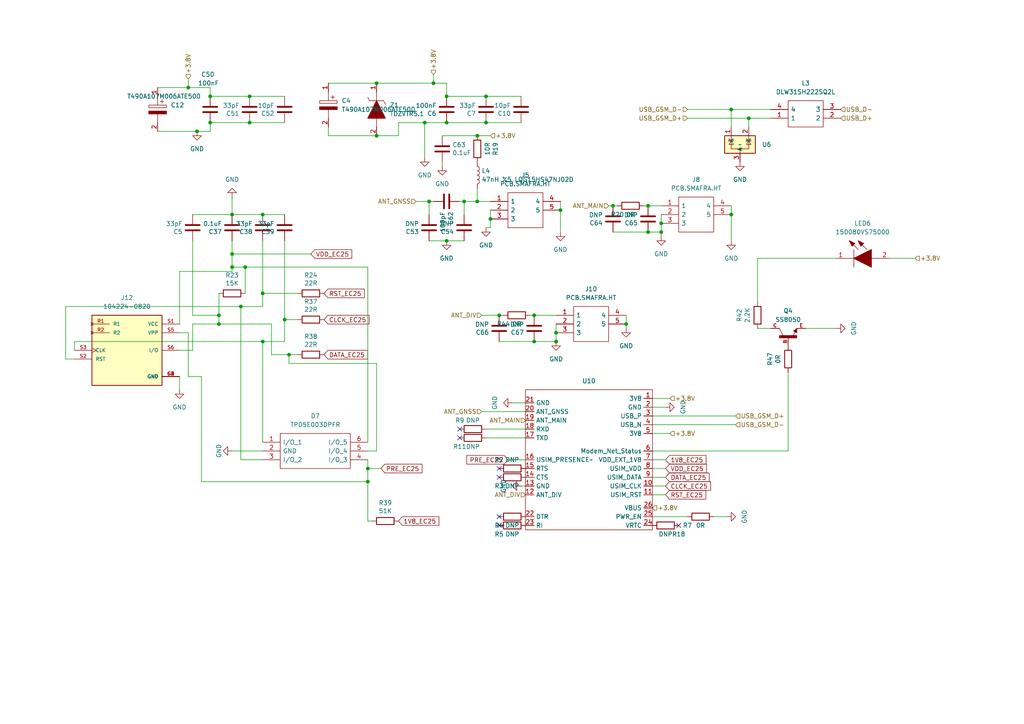
<source format=kicad_sch>
(kicad_sch (version 20230620) (generator eeschema)
  (paper "A4")
  (title_block (company "SmartEQ Information Technologies"))
  (lib_symbols
    (symbol "150080VS75000:150080VS75000" (pin_names (offset 0.762))
      (property "Reference" "LED" (at 12.7 8.89 0))
      (property "Value" "150080VS75000" (at 12.7 6.35 0))
      (symbol "150080VS75000_0_0"
        (pin passive line (at 0 0 0) (length 2.54) (name "~") (number "1"))
        (pin passive line (at 15.24 0 180) (length 2.54) (name "~") (number "2"))
      )
      (symbol "150080VS75000_0_1"
        (polyline (pts (xy 2.54 0) (xy 5.08 0)) (stroke (width 0.1524)))
        (polyline (pts (xy 5.08 2.54) (xy 5.08 -2.54)) (stroke (width 0.1524)))
        (polyline (pts (xy 6.35 2.54) (xy 3.81 5.08)) (stroke (width 0.1524)))
        (polyline (pts (xy 8.89 2.54) (xy 6.35 5.08)) (stroke (width 0.1524)))
        (polyline (pts (xy 10.16 0) (xy 12.7 0)) (stroke (width 0.1524)))
        (polyline (pts (xy 5.08 0) (xy 10.16 2.54) (xy 10.16 -2.54) (xy 5.08 0)) (stroke (width 0.254)) (fill (type outline)))
        (polyline (pts (xy 5.334 4.318) (xy 4.572 3.556) (xy 3.81 5.08) (xy 5.334 4.318)) (stroke (width 0.254)) (fill (type outline)))
        (polyline (pts (xy 7.874 4.318) (xy 7.112 3.556) (xy 6.35 5.08) (xy 7.874 4.318)) (stroke (width 0.254)) (fill (type outline)))
      )
    )
    (symbol "4G-GSM Module:GSM_Main_SMD"
      (property "Reference" "U" (at 0 22.86 0))
      (symbol "GSM_Main_SMD_0_1"
        (rectangle (start -19.05 20.32) (end 17.78 -20.32))
      )
      (symbol "GSM_Main_SMD_1_1"
        (pin input line (at 17.78 17.78 180) (length 2.54) (name "3V8") (number "1"))
        (pin bidirectional line (at 17.78 -7.62 180) (length 2.54) (name "USIM_CLK") (number "10"))
        (pin bidirectional line (at 17.78 -10.16 180) (length 2.54) (name "USIM_RST") (number "11"))
        (pin bidirectional line (at -19.05 -10.16 0) (length 2.54) (name "ANT_DIV") (number "12"))
        (pin input line (at -19.05 -7.62 0) (length 2.54) (name "GND") (number "13"))
        (pin input line (at -19.05 -5.08 0) (length 2.54) (name "CTS") (number "14"))
        (pin input line (at -19.05 -2.54 0) (length 2.54) (name "RTS") (number "15"))
        (pin input line (at -19.05 0 0) (length 2.54) (name "USIM_PRESENCE") (number "16"))
        (pin input line (at -19.05 6.35 0) (length 2.54) (name "TXD") (number "17"))
        (pin input line (at -19.05 8.89 0) (length 2.54) (name "RXD") (number "18"))
        (pin input line (at -19.05 11.43 0) (length 2.54) (name "ANT_MAIN") (number "19"))
        (pin input line (at 17.78 15.24 180) (length 2.54) (name "GND") (number "2"))
        (pin input line (at -19.05 13.97 0) (length 2.54) (name "ANT_GNSS") (number "20"))
        (pin input line (at -19.05 16.51 0) (length 2.54) (name "GND") (number "21"))
        (pin input line (at -19.05 -16.51 0) (length 2.54) (name "DTR") (number "22"))
        (pin input line (at -19.05 -19.05 0) (length 2.54) (name "RI") (number "23"))
        (pin input line (at 17.78 -19.05 180) (length 2.54) (name "VRTC") (number "24"))
        (pin input line (at 17.78 -16.51 180) (length 2.54) (name "PWR_EN") (number "25"))
        (pin input line (at 17.78 -13.97 180) (length 2.54) (name "VBUS") (number "26"))
        (pin bidirectional line (at 17.78 12.7 180) (length 2.54) (name "USB_P") (number "3"))
        (pin bidirectional line (at 17.78 10.16 180) (length 2.54) (name "USB_N") (number "4"))
        (pin input line (at 17.78 7.62 180) (length 2.54) (name "3V8") (number "5"))
        (pin output line (at 17.78 2.54 180) (length 2.54) (name "Modem_Net_Status") (number "6"))
        (pin output line (at 17.78 0 180) (length 2.54) (name "VDD_EXT_1V8") (number "7"))
        (pin bidirectional line (at 17.78 -2.54 180) (length 2.54) (name "USIM_VDD") (number "8"))
        (pin bidirectional line (at 17.78 -5.08 180) (length 2.54) (name "USIM_DATA") (number "9"))
      )
    )
    (symbol "DLW31SH222SQ2L:DLW31SH222SQ2L" (pin_names (offset 0.762))
      (property "Reference" "L" (at 16.51 7.62 0))
      (property "Value" "DLW31SH222SQ2L" (at 16.51 5.08 0))
      (symbol "DLW31SH222SQ2L_0_0"
        (pin passive line (at 0 -2.54 0) (length 5.08) (name "1") (number "1"))
        (pin passive line (at 20.32 -2.54 180) (length 5.08) (name "2") (number "2"))
        (pin passive line (at 20.32 0 180) (length 5.08) (name "3") (number "3"))
        (pin passive line (at 0 0 0) (length 5.08) (name "4") (number "4"))
      )
      (symbol "DLW31SH222SQ2L_0_1"
        (polyline (pts (xy 5.08 2.54) (xy 15.24 2.54) (xy 15.24 -5.08) (xy 5.08 -5.08) (xy 5.08 2.54)) (stroke (width 0.1524)))
      )
    )
    (symbol "Device:C" (pin_numbers hide) (pin_names (offset 0.254))
      (property "Reference" "C" (at 0.635 2.54 0))
      (property "Value" "C" (at 0.635 -2.54 0))
      (symbol "C_0_1"
        (polyline (pts (xy -2.032 -0.762) (xy 2.032 -0.762)) (stroke (width 0.508)))
        (polyline (pts (xy -2.032 0.762) (xy 2.032 0.762)) (stroke (width 0.508)))
      )
      (symbol "C_1_1"
        (pin passive line (at 0 3.81 270) (length 2.794) (name "~") (number "1"))
        (pin passive line (at 0 -3.81 90) (length 2.794) (name "~") (number "2"))
      )
    )
    (symbol "Device:L" (pin_numbers hide) (pin_names (offset 1.016) hide)
      (property "Reference" "L" (at -1.27 0 90))
      (property "Value" "L" (at 1.905 0 90))
      (symbol "L_0_1"
        (arc (start 0 -2.54) (mid 0.6323 -1.905) (end 0 -1.27))
        (arc (start 0 -1.27) (mid 0.6323 -0.635) (end 0 0))
        (arc (start 0 0) (mid 0.6323 0.635) (end 0 1.27))
        (arc (start 0 1.27) (mid 0.6323 1.905) (end 0 2.54))
      )
      (symbol "L_1_1"
        (pin passive line (at 0 3.81 270) (length 1.27) (name "1") (number "1"))
        (pin passive line (at 0 -3.81 90) (length 1.27) (name "2") (number "2"))
      )
    )
    (symbol "Device:R" (pin_numbers hide) (pin_names (offset 0))
      (property "Reference" "R" (at 2.032 0 90))
      (property "Value" "R" (at 0 0 90))
      (symbol "R_0_1"
        (rectangle (start -1.016 -2.54) (end 1.016 2.54) (stroke (width 0.254)))
      )
      (symbol "R_1_1"
        (pin passive line (at 0 3.81 270) (length 1.27) (name "~") (number "1"))
        (pin passive line (at 0 -3.81 90) (length 1.27) (name "~") (number "2"))
      )
    )
    (symbol "NanoSimCon:104224-0820" (pin_names (offset 1.016))
      (property "Reference" "J12" (at 0 15.24 0))
      (property "Value" "104224-0820" (at 0 12.7 0))
      (symbol "104224-0820_0_0"
        (rectangle (start -10.16 -10.16) (end 10.16 10.16) (stroke (width 0.254)) (fill (type background)))
        (pin power_in line (at 15.24 -7.62 180) (length 5.08) (name "GND") (number "G1"))
        (pin power_in line (at 15.24 -7.62 180) (length 5.08) (name "GND") (number "G2"))
        (pin power_in line (at 15.24 -7.62 180) (length 5.08) (name "GND") (number "G3"))
        (pin power_in line (at 15.24 -7.62 180) (length 5.08) (name "GND") (number "G4"))
        (pin no_connect line (at -10.16 7.62 0) (length 5.08) (name "R1") (number "R1"))
        (pin no_connect line (at -10.16 5.08 0) (length 5.08) (name "R2") (number "R2"))
        (pin power_in line (at 15.24 7.62 180) (length 5.08) (name "VCC") (number "S1"))
        (pin input line (at -15.24 -2.54 0) (length 5.08) (name "RST") (number "S2"))
        (pin input clock (at -15.24 0 0) (length 5.08) (name "CLK") (number "S3"))
        (pin power_in line (at 15.24 -7.62 180) (length 5.08) (name "GND") (number "S4"))
        (pin power_in line (at 15.24 5.08 180) (length 5.08) (name "VPP") (number "S5"))
        (pin bidirectional line (at 15.24 0 180) (length 5.08) (name "I/O") (number "S6"))
      )
    )
    (symbol "PCB.SMAFRA.HT:PCB.SMAFRA.HT" (pin_names (offset 0.762))
      (property "Reference" "J" (at 16.51 7.62 0))
      (property "Value" "PCB.SMAFRA.HT" (at 16.51 5.08 0))
      (symbol "PCB.SMAFRA.HT_0_0"
        (pin passive line (at 0 0 0) (length 5.08) (name "1") (number "1"))
        (pin passive line (at 0 -2.54 0) (length 5.08) (name "2") (number "2"))
        (pin passive line (at 0 -5.08 0) (length 5.08) (name "3") (number "3"))
        (pin passive line (at 20.32 0 180) (length 5.08) (name "4") (number "4"))
        (pin passive line (at 20.32 -2.54 180) (length 5.08) (name "5") (number "5"))
      )
      (symbol "PCB.SMAFRA.HT_0_1"
        (polyline (pts (xy 5.08 2.54) (xy 15.24 2.54) (xy 15.24 -7.62) (xy 5.08 -7.62) (xy 5.08 2.54)) (stroke (width 0.1524)))
      )
    )
    (symbol "Power_Protection:TPET05US3"
      (property "Reference" "U" (at 0 3.81 0))
      (symbol "TPET05US3_0_0"
        (pin passive line (at 0 -5.08 90) (length 2.54) (name "A") (number "3"))
      )
      (symbol "TPET05US3_0_1"
        (rectangle (start -4.445 2.54) (end 4.445 -2.54) (stroke (width 0.254)) (fill (type background)))
        (circle (center 0 -1.27) (radius 0.254) (fill (type outline)))
        (polyline (pts (xy -2.54 2.54) (xy -2.54 1.27)))
        (polyline (pts (xy 0 -1.27) (xy 0 -2.54)))
        (polyline (pts (xy 2.54 2.54) (xy 2.54 1.27)))
        (polyline (pts (xy -3.302 1.016) (xy -3.302 1.27) (xy -1.905 1.27) (xy -1.778 1.27)))
        (polyline (pts (xy -2.54 1.27) (xy -2.54 -1.27) (xy 2.54 -1.27) (xy 2.54 1.27)))
        (polyline (pts (xy -2.54 1.27) (xy -1.905 0) (xy -3.175 0) (xy -2.54 1.27)))
        (polyline (pts (xy 1.778 1.016) (xy 1.778 1.27) (xy 3.175 1.27) (xy 3.302 1.27)))
        (polyline (pts (xy 2.54 1.27) (xy 1.905 0) (xy 3.175 0) (xy 2.54 1.27)))
      )
      (symbol "TPET05US3_1_1"
        (pin passive line (at -2.54 5.08 270) (length 2.54) (name "K") (number "1"))
        (pin passive line (at 2.54 5.08 270) (length 2.54) (name "K") (number "2"))
      )
    )
    (symbol "SS8050:SS8050" (pin_names (offset 1.016))
      (property "Reference" "Q" (at -10.16 7.62 0))
      (property "Value" "SS8050" (at -10.16 5.08 0))
      (symbol "SS8050_0_0"
        (rectangle (start -0.254 -2.54) (end 0.508 2.54) (stroke (width 0.1)) (fill (type outline)))
        (polyline (pts (xy 1.27 -2.54) (xy 1.778 -1.524)) (stroke (width 0.1524)))
        (polyline (pts (xy 1.524 -2.413) (xy 2.286 -2.413)) (stroke (width 0.254)))
        (polyline (pts (xy 1.524 -2.286) (xy 1.905 -2.286)) (stroke (width 0.254)))
        (polyline (pts (xy 1.54 -2.04) (xy 0.308 -1.424)) (stroke (width 0.1524)))
        (polyline (pts (xy 1.778 -1.778) (xy 1.524 -2.286)) (stroke (width 0.254)))
        (polyline (pts (xy 1.778 -1.524) (xy 2.54 -2.54)) (stroke (width 0.1524)))
        (polyline (pts (xy 1.905 -2.286) (xy 1.778 -2.032)) (stroke (width 0.254)))
        (polyline (pts (xy 2.286 -2.413) (xy 1.778 -1.778)) (stroke (width 0.254)))
        (polyline (pts (xy 2.54 -2.54) (xy 1.27 -2.54)) (stroke (width 0.1524)))
        (polyline (pts (xy 2.54 2.54) (xy 0.508 1.524)) (stroke (width 0.1524)))
        (pin passive line (at -2.54 0 0) (length 2.54) (name "~") (number "B"))
        (pin passive line (at 2.54 5.08 270) (length 2.54) (name "~") (number "C"))
        (pin passive line (at 2.54 -5.08 90) (length 2.54) (name "~") (number "E"))
      )
    )
    (symbol "T490A107M006ATE500:T490A107M006ATE500" (pin_names (offset 0.762))
      (property "Reference" "C" (at 8.89 6.35 0))
      (property "Value" "T490A107M006ATE500" (at 8.89 3.81 0))
      (symbol "T490A107M006ATE500_0_0"
        (pin passive line (at 0 0 0) (length 2.54) (name "~") (number "1"))
        (pin passive line (at 12.7 0 180) (length 2.54) (name "~") (number "2"))
      )
      (symbol "T490A107M006ATE500_0_1"
        (polyline (pts (xy 2.54 0) (xy 5.08 0)) (stroke (width 0.1524)))
        (polyline (pts (xy 4.064 1.778) (xy 4.064 0.762)) (stroke (width 0.1524)))
        (polyline (pts (xy 4.572 1.27) (xy 3.556 1.27)) (stroke (width 0.1524)))
        (polyline (pts (xy 7.62 0) (xy 10.16 0)) (stroke (width 0.1524)))
        (polyline (pts (xy 5.08 2.54) (xy 5.08 -2.54) (xy 5.842 -2.54) (xy 5.842 2.54) (xy 5.08 2.54)) (stroke (width 0.1524)))
        (polyline (pts (xy 7.62 2.54) (xy 7.62 -2.54) (xy 6.858 -2.54) (xy 6.858 2.54) (xy 7.62 2.54)) (stroke (width 0.254)) (fill (type outline)))
      )
    )
    (symbol "TDZVTR5.1:TDZVTR5.1" (pin_names (offset 0.762))
      (property "Reference" "Z" (at 10.16 8.89 0))
      (property "Value" "TDZVTR5.1" (at 10.16 6.35 0))
      (symbol "TDZVTR5.1_0_0"
        (pin passive line (at 0 0 0) (length 2.54) (name "~") (number "1"))
        (pin passive line (at 15.24 0 180) (length 2.54) (name "~") (number "2"))
      )
      (symbol "TDZVTR5.1_0_1"
        (polyline (pts (xy 2.54 0) (xy 5.08 0)) (stroke (width 0.1524)))
        (polyline (pts (xy 4.064 -2.54) (xy 5.08 -2.032)) (stroke (width 0.1524)))
        (polyline (pts (xy 5.08 2.032) (xy 5.08 -2.032)) (stroke (width 0.1524)))
        (polyline (pts (xy 5.08 2.032) (xy 6.096 2.54)) (stroke (width 0.1524)))
        (polyline (pts (xy 12.7 0) (xy 10.16 0)) (stroke (width 0.1524)))
        (polyline (pts (xy 5.08 0) (xy 10.16 2.54) (xy 10.16 -2.54) (xy 5.08 0)) (stroke (width 0.254)) (fill (type outline)))
      )
    )
    (symbol "TPD5E003DPFR:TPD5E003DPFR" (pin_names (offset 0.762))
      (property "Reference" "D" (at 26.67 7.62 0))
      (property "Value" "TPD5E003DPFR" (at 26.67 5.08 0))
      (symbol "TPD5E003DPFR_0_0"
        (pin bidirectional line (at 0 0 0) (length 5.08) (name "I/O_1") (number "1"))
        (pin power_in line (at 0 -2.54 0) (length 5.08) (name "GND") (number "2"))
        (pin bidirectional line (at 0 -5.08 0) (length 5.08) (name "I/O_2") (number "3"))
        (pin bidirectional line (at 30.48 -5.08 180) (length 5.08) (name "I/O_3") (number "4"))
        (pin bidirectional line (at 30.48 -2.54 180) (length 5.08) (name "I/O_4") (number "5"))
        (pin bidirectional line (at 30.48 0 180) (length 5.08) (name "I/O_5") (number "6"))
      )
      (symbol "TPD5E003DPFR_0_1"
        (polyline (pts (xy 5.08 2.54) (xy 25.4 2.54) (xy 25.4 -7.62) (xy 5.08 -7.62) (xy 5.08 2.54)) (stroke (width 0.1524)))
      )
    )
    (symbol "power:GND" (power) (pin_names (offset 0))
      (property "Value" "GND" (at 0 -3.81 0))
      (symbol "GND_0_1"
        (polyline (pts (xy 0 0) (xy 0 -1.27) (xy 1.27 -1.27) (xy 0 -2.54) (xy -1.27 -1.27) (xy 0 -1.27)))
      )
      (symbol "GND_1_1"
        (pin power_in line (at 0 0 270) (length 0) hide (name "GND") (number "1"))
      )
    )
  )
  (junction (at 63.5 91.44))
  (junction (at 212.09 31.75))
  (junction (at 76.2 85.09))
  (junction (at 76.2 62.23))
  (junction (at 129.54 27.94))
  (junction (at 69.85 88.9))
  (junction (at 60.96 27.94))
  (junction (at 177.8 59.69))
  (junction (at 191.77 64.77))
  (junction (at 106.68 135.89))
  (junction (at 129.54 69.85))
  (junction (at 138.43 58.42))
  (junction (at 67.31 73.66))
  (junction (at 109.22 24.13))
  (junction (at 212.09 62.23))
  (junction (at 71.12 77.47))
  (junction (at 187.96 59.69))
  (junction (at 217.17 34.29))
  (junction (at 106.68 139.7))
  (junction (at 82.55 92.71))
  (junction (at 154.94 99.06))
  (junction (at 76.2 99.06))
  (junction (at 191.77 67.31))
  (junction (at 187.96 67.31))
  (junction (at 57.15 38.1))
  (junction (at 140.97 35.56))
  (junction (at 72.39 27.94))
  (junction (at 67.31 77.47))
  (junction (at 109.22 39.37))
  (junction (at 161.29 96.52))
  (junction (at 83.82 102.87))
  (junction (at 54.61 25.4))
  (junction (at 138.43 39.37))
  (junction (at 60.96 35.56))
  (junction (at 134.62 58.42))
  (junction (at 124.46 58.42))
  (junction (at 181.61 93.98))
  (junction (at 140.97 27.94))
  (junction (at 162.56 60.96))
  (junction (at 125.73 24.13))
  (junction (at 123.19 35.56))
  (junction (at 161.29 99.06))
  (junction (at 72.39 35.56))
  (junction (at 67.31 62.23))
  (junction (at 154.94 91.44))
  (junction (at 144.78 91.44))
  (junction (at 129.54 35.56))
  (junction (at 142.24 63.5))
  (junction (at 63.5 93.98))
  (no_connect (at 196.85 152.4))
  (no_connect (at 144.78 152.4))
  (no_connect (at 133.35 127))
  (no_connect (at 144.78 149.86))
  (no_connect (at 144.78 135.89))
  (no_connect (at 144.78 138.43))
  (no_connect (at 133.35 124.46))
  (wire (pts (xy 123.19 35.56) (xy 115.57 35.56)))
  (wire (pts (xy 125.73 21.59) (xy 125.73 24.13)))
  (wire (pts (xy 55.88 93.98) (xy 63.5 93.98)))
  (wire (pts (xy 83.82 102.87) (xy 78.74 102.87)))
  (wire (pts (xy 19.05 104.14) (xy 21.59 104.14)))
  (wire (pts (xy 63.5 91.44) (xy 63.5 85.09)))
  (wire (pts (xy 72.39 35.56) (xy 82.55 35.56)))
  (wire (pts (xy 212.09 31.75) (xy 212.09 36.83)))
  (wire (pts (xy 138.43 54.61) (xy 138.43 58.42)))
  (wire (pts (xy 162.56 67.31) (xy 162.56 60.96)))
  (wire (pts (xy 212.09 69.85) (xy 212.09 62.23)))
  (wire (pts (xy 193.04 140.97) (xy 189.23 140.97)))
  (wire (pts (xy 67.31 69.85) (xy 67.31 73.66)))
  (wire (pts (xy 142.24 63.5) (xy 142.24 66.04)))
  (wire (pts (xy 21.59 99.06) (xy 21.59 101.6)))
  (wire (pts (xy 177.8 59.69) (xy 179.07 59.69)))
  (wire (pts (xy 69.85 133.35) (xy 69.85 88.9)))
  (wire (pts (xy 71.12 77.47) (xy 71.12 85.09)))
  (wire (pts (xy 86.36 102.87) (xy 83.82 102.87)))
  (wire (pts (xy 129.54 27.94) (xy 140.97 27.94)))
  (wire (pts (xy 189.23 130.81) (xy 228.6 130.81)))
  (wire (pts (xy 147.32 133.35) (xy 152.4 133.35)))
  (wire (pts (xy 106.68 135.89) (xy 106.68 139.7)))
  (wire (pts (xy 67.31 77.47) (xy 67.31 78.74)))
  (wire (pts (xy 106.68 133.35) (xy 106.68 135.89)))
  (wire (pts (xy 142.24 60.96) (xy 142.24 63.5)))
  (wire (pts (xy 124.46 69.85) (xy 129.54 69.85)))
  (wire (pts (xy 186.69 59.69) (xy 187.96 59.69)))
  (wire (pts (xy 54.61 109.22) (xy 58.42 109.22)))
  (wire (pts (xy 58.42 139.7) (xy 58.42 109.22)))
  (wire (pts (xy 124.46 58.42) (xy 125.73 58.42)))
  (wire (pts (xy 106.68 130.81) (xy 109.22 130.81)))
  (wire (pts (xy 110.49 135.89) (xy 106.68 135.89)))
  (wire (pts (xy 217.17 34.29) (xy 217.17 36.83)))
  (wire (pts (xy 199.39 149.86) (xy 189.23 149.86)))
  (wire (pts (xy 191.77 67.31) (xy 191.77 64.77)))
  (wire (pts (xy 107.95 151.13) (xy 106.68 151.13)))
  (wire (pts (xy 54.61 25.4) (xy 60.96 25.4)))
  (wire (pts (xy 176.53 59.69) (xy 177.8 59.69)))
  (wire (pts (xy 162.56 60.96) (xy 162.56 58.42)))
  (wire (pts (xy 140.97 124.46) (xy 152.4 124.46)))
  (wire (pts (xy 52.07 78.74) (xy 67.31 78.74)))
  (wire (pts (xy 265.43 74.93) (xy 257.81 74.93)))
  (wire (pts (xy 63.5 93.98) (xy 63.5 91.44)))
  (wire (pts (xy 76.2 88.9) (xy 69.85 88.9)))
  (wire (pts (xy 138.43 58.42) (xy 142.24 58.42)))
  (wire (pts (xy 67.31 57.15) (xy 67.31 62.23)))
  (wire (pts (xy 60.96 35.56) (xy 72.39 35.56)))
  (wire (pts (xy 187.96 67.31) (xy 191.77 67.31)))
  (wire (pts (xy 161.29 99.06) (xy 161.29 96.52)))
  (wire (pts (xy 151.13 140.97) (xy 152.4 140.97)))
  (wire (pts (xy 199.39 34.29) (xy 217.17 34.29)))
  (wire (pts (xy 199.39 31.75) (xy 212.09 31.75)))
  (wire (pts (xy 242.57 95.25) (xy 233.68 95.25)))
  (wire (pts (xy 125.73 24.13) (xy 129.54 24.13)))
  (wire (pts (xy 67.31 73.66) (xy 67.31 77.47)))
  (wire (pts (xy 82.55 92.71) (xy 86.36 92.71)))
  (wire (pts (xy 83.82 105.41) (xy 83.82 102.87)))
  (wire (pts (xy 55.88 69.85) (xy 55.88 91.44)))
  (wire (pts (xy 106.68 139.7) (xy 58.42 139.7)))
  (wire (pts (xy 55.88 62.23) (xy 67.31 62.23)))
  (wire (pts (xy 194.31 125.73) (xy 189.23 125.73)))
  (wire (pts (xy 60.96 25.4) (xy 60.96 27.94)))
  (wire (pts (xy 76.2 99.06) (xy 76.2 128.27)))
  (wire (pts (xy 140.97 127) (xy 152.4 127)))
  (wire (pts (xy 193.04 138.43) (xy 189.23 138.43)))
  (wire (pts (xy 154.94 99.06) (xy 161.29 99.06)))
  (wire (pts (xy 109.22 130.81) (xy 109.22 105.41)))
  (wire (pts (xy 76.2 85.09) (xy 86.36 85.09)))
  (wire (pts (xy 60.96 27.94) (xy 72.39 27.94)))
  (wire (pts (xy 140.97 27.94) (xy 151.13 27.94)))
  (wire (pts (xy 140.97 35.56) (xy 129.54 35.56)))
  (wire (pts (xy 228.6 130.81) (xy 228.6 107.95)))
  (wire (pts (xy 193.04 118.11) (xy 189.23 118.11)))
  (wire (pts (xy 76.2 62.23) (xy 82.55 62.23)))
  (wire (pts (xy 115.57 39.37) (xy 109.22 39.37)))
  (wire (pts (xy 120.65 58.42) (xy 124.46 58.42)))
  (wire (pts (xy 139.7 119.38) (xy 152.4 119.38)))
  (wire (pts (xy 78.74 102.87) (xy 78.74 93.98)))
  (wire (pts (xy 181.61 93.98) (xy 181.61 91.44)))
  (wire (pts (xy 19.05 88.9) (xy 69.85 88.9)))
  (wire (pts (xy 109.22 105.41) (xy 83.82 105.41)))
  (wire (pts (xy 106.68 128.27) (xy 106.68 77.47)))
  (wire (pts (xy 21.59 99.06) (xy 76.2 99.06)))
  (wire (pts (xy 129.54 35.56) (xy 123.19 35.56)))
  (wire (pts (xy 19.05 88.9) (xy 19.05 104.14)))
  (wire (pts (xy 181.61 95.25) (xy 181.61 93.98)))
  (wire (pts (xy 55.88 91.44) (xy 63.5 91.44)))
  (wire (pts (xy 123.19 45.72) (xy 123.19 35.56)))
  (wire (pts (xy 154.94 91.44) (xy 161.29 91.44)))
  (wire (pts (xy 60.96 38.1) (xy 60.96 35.56)))
  (wire (pts (xy 76.2 133.35) (xy 69.85 133.35)))
  (wire (pts (xy 138.43 39.37) (xy 142.24 39.37)))
  (wire (pts (xy 219.71 95.25) (xy 223.52 95.25)))
  (wire (pts (xy 57.15 38.1) (xy 60.96 38.1)))
  (wire (pts (xy 67.31 77.47) (xy 71.12 77.47)))
  (wire (pts (xy 115.57 35.56) (xy 115.57 39.37)))
  (wire (pts (xy 67.31 62.23) (xy 76.2 62.23)))
  (wire (pts (xy 52.07 101.6) (xy 55.88 101.6)))
  (wire (pts (xy 210.82 149.86) (xy 207.01 149.86)))
  (wire (pts (xy 72.39 27.94) (xy 82.55 27.94)))
  (wire (pts (xy 95.25 24.13) (xy 109.22 24.13)))
  (wire (pts (xy 151.13 35.56) (xy 140.97 35.56)))
  (wire (pts (xy 191.77 68.58) (xy 191.77 67.31)))
  (wire (pts (xy 45.72 25.4) (xy 54.61 25.4)))
  (wire (pts (xy 148.59 116.84) (xy 152.4 116.84)))
  (wire (pts (xy 71.12 77.47) (xy 106.68 77.47)))
  (wire (pts (xy 129.54 24.13) (xy 129.54 27.94)))
  (wire (pts (xy 144.78 91.44) (xy 146.05 91.44)))
  (wire (pts (xy 52.07 96.52) (xy 54.61 96.52)))
  (wire (pts (xy 153.67 91.44) (xy 154.94 91.44)))
  (wire (pts (xy 134.62 58.42) (xy 134.62 62.23)))
  (wire (pts (xy 76.2 69.85) (xy 76.2 85.09)))
  (wire (pts (xy 193.04 135.89) (xy 189.23 135.89)))
  (wire (pts (xy 95.25 36.83) (xy 95.25 39.37)))
  (wire (pts (xy 128.27 48.26) (xy 128.27 46.99)))
  (wire (pts (xy 133.35 58.42) (xy 134.62 58.42)))
  (wire (pts (xy 134.62 58.42) (xy 138.43 58.42)))
  (wire (pts (xy 193.04 133.35) (xy 189.23 133.35)))
  (wire (pts (xy 124.46 58.42) (xy 124.46 62.23)))
  (wire (pts (xy 109.22 24.13) (xy 125.73 24.13)))
  (wire (pts (xy 212.09 31.75) (xy 223.52 31.75)))
  (wire (pts (xy 177.8 67.31) (xy 187.96 67.31)))
  (wire (pts (xy 106.68 151.13) (xy 106.68 139.7)))
  (wire (pts (xy 82.55 92.71) (xy 82.55 99.06)))
  (wire (pts (xy 139.7 91.44) (xy 144.78 91.44)))
  (wire (pts (xy 212.09 62.23) (xy 212.09 59.69)))
  (wire (pts (xy 78.74 93.98) (xy 63.5 93.98)))
  (wire (pts (xy 55.88 101.6) (xy 55.88 93.98)))
  (wire (pts (xy 45.72 38.1) (xy 57.15 38.1)))
  (wire (pts (xy 90.17 73.66) (xy 67.31 73.66)))
  (wire (pts (xy 219.71 87.63) (xy 219.71 74.93)))
  (wire (pts (xy 193.04 143.51) (xy 189.23 143.51)))
  (wire (pts (xy 217.17 34.29) (xy 223.52 34.29)))
  (wire (pts (xy 54.61 96.52) (xy 54.61 109.22)))
  (wire (pts (xy 95.25 39.37) (xy 109.22 39.37)))
  (wire (pts (xy 219.71 74.93) (xy 242.57 74.93)))
  (wire (pts (xy 161.29 96.52) (xy 161.29 93.98)))
  (wire (pts (xy 194.31 115.57) (xy 189.23 115.57)))
  (wire (pts (xy 128.27 39.37) (xy 138.43 39.37)))
  (wire (pts (xy 213.36 123.19) (xy 189.23 123.19)))
  (wire (pts (xy 52.07 113.03) (xy 52.07 109.22)))
  (wire (pts (xy 82.55 99.06) (xy 76.2 99.06)))
  (wire (pts (xy 67.31 130.81) (xy 76.2 130.81)))
  (wire (pts (xy 76.2 85.09) (xy 76.2 88.9)))
  (wire (pts (xy 54.61 22.86) (xy 54.61 25.4)))
  (wire (pts (xy 52.07 93.98) (xy 52.07 78.74)))
  (wire (pts (xy 129.54 69.85) (xy 134.62 69.85)))
  (wire (pts (xy 82.55 69.85) (xy 82.55 92.71)))
  (wire (pts (xy 144.78 99.06) (xy 154.94 99.06)))
  (wire (pts (xy 187.96 59.69) (xy 191.77 59.69)))
  (wire (pts (xy 213.36 120.65) (xy 189.23 120.65)))
  (wire (pts (xy 191.77 64.77) (xy 191.77 62.23)))
  (wire (pts (xy 142.24 66.04) (xy 140.97 66.04)))
  (global_label "RST_EC25" (shape input) (at 93.98 85.09 0) (property "Intersheetrefs" "${INTERSHEET_REFS}" (effects hide)))
  (global_label "CLCK_EC25" (shape input) (at 193.04 140.97 0) (property "Intersheetrefs" "${INTERSHEET_REFS}" (effects hide)))
  (global_label "VDD_EC25" (shape input) (at 193.04 135.89 0) (property "Intersheetrefs" "${INTERSHEET_REFS}" (effects hide)))
  (global_label "RST_EC25" (shape input) (at 193.04 143.51 0) (property "Intersheetrefs" "${INTERSHEET_REFS}" (effects hide)))
  (global_label "1V8_EC25" (shape input) (at 193.04 133.35 0) (property "Intersheetrefs" "${INTERSHEET_REFS}" (effects hide)))
  (global_label "DATA_EC25" (shape input) (at 193.04 138.43 0) (property "Intersheetrefs" "${INTERSHEET_REFS}" (effects hide)))
  (global_label "CLCK_EC25" (shape input) (at 93.98 92.71 0) (property "Intersheetrefs" "${INTERSHEET_REFS}" (effects hide)))
  (global_label "1V8_EC25" (shape input) (at 115.57 151.13 0) (property "Intersheetrefs" "${INTERSHEET_REFS}" (effects hide)))
  (global_label "VDD_EC25" (shape input) (at 90.17 73.66 0) (property "Intersheetrefs" "${INTERSHEET_REFS}" (effects hide)))
  (global_label "DATA_EC25" (shape input) (at 93.98 102.87 0) (property "Intersheetrefs" "${INTERSHEET_REFS}" (effects hide)))
  (global_label "PRE_EC25" (shape input) (at 110.49 135.89 0) (property "Intersheetrefs" "${INTERSHEET_REFS}" (effects hide)))
  (global_label "PRE_EC25" (shape input) (at 147.32 133.35 180) (property "Intersheetrefs" "${INTERSHEET_REFS}" (effects hide)))
  (hierarchical_label "ANT_GNSS" (shape input) (at 139.7 119.38 180))
  (hierarchical_label "+3.8V" (shape input) (at 142.24 39.37 0))
  (hierarchical_label "USB_GSM_D-" (shape input) (at 199.39 31.75 180))
  (hierarchical_label "USB_D+" (shape input) (at 243.84 34.29 0))
  (hierarchical_label "+3.8V" (shape input) (at 265.43 74.93 0))
  (hierarchical_label "ANT_DIV" (shape input) (at 152.4 143.51 180))
  (hierarchical_label "+3.8V" (shape input) (at 189.23 147.32 0))
  (hierarchical_label "ANT_GNSS" (shape input) (at 120.65 58.42 180))
  (hierarchical_label "+3.8V" (shape input) (at 194.31 115.57 0))
  (hierarchical_label "USB_GSM_D+" (shape input) (at 213.36 120.65 0))
  (hierarchical_label "USB_GSM_D+" (shape input) (at 199.39 34.29 180))
  (hierarchical_label "USB_D-" (shape input) (at 243.84 31.75 0))
  (hierarchical_label "+3.8V" (shape input) (at 194.31 125.73 0))
  (hierarchical_label "+3.8V" (shape input) (at 125.73 21.59 90))
  (hierarchical_label "ANT_MAIN" (shape input) (at 152.4 121.92 180))
  (hierarchical_label "ANT_MAIN" (shape input) (at 176.53 59.69 180))
  (hierarchical_label "+3.8V" (shape input) (at 54.61 22.86 90))
  (hierarchical_label "USB_GSM_D-" (shape input) (at 213.36 123.19 0))
  (hierarchical_label "ANT_DIV" (shape input) (at 139.7 91.44 180))
  (symbol (lib_id "power:GND") (at 212.09 69.85 0) (unit 1)
    (property "Reference" "#PWR054" (effects hide))
    (property "Value" "GND" (at 212.09 74.93 0))
  )
  (symbol (lib_id "Device:C") (at 124.46 66.04 180) (unit 1)
    (property "Reference" "C53" (at 121.539 67.2084 0) (effects (justify left)))
    (property "Value" "DNP" (at 121.539 64.897 0) (effects (justify left)))
    (property "Footprint" "Capacitor_SMD:C_0603_1608Metric" (effects hide))
  )
  (symbol (lib_id "Device:C") (at 177.8 63.5 180) (unit 1)
    (property "Reference" "C64" (at 174.879 64.6684 0) (effects (justify left)))
    (property "Value" "DNP" (at 174.879 62.357 0) (effects (justify left)))
    (property "Footprint" "Capacitor_SMD:C_0603_1608Metric" (effects hide))
  )
  (symbol (lib_id "Device:C") (at 187.96 63.5 180) (unit 1)
    (property "Reference" "C65" (at 185.039 64.6684 0) (effects (justify left)))
    (property "Value" "DNP" (at 185.039 62.357 0) (effects (justify left)))
    (property "Footprint" "Capacitor_SMD:C_0603_1608Metric" (effects hide))
  )
  (symbol (lib_id "Device:C") (at 67.31 66.04 180) (unit 1)
    (property "Reference" "C37" (at 64.389 67.2084 0) (effects (justify left)))
    (property "Value" "0.1uF" (at 64.389 64.897 0) (effects (justify left)))
    (property "Footprint" "Capacitor_SMD:C_0603_1608Metric" (effects hide))
  )
  (symbol (lib_id "Device:R") (at 219.71 91.44 0) (unit 1)
    (property "Reference" "R42" (at 214.4522 91.44 90))
    (property "Value" "2.2K" (at 216.7636 91.44 90))
    (property "Footprint" "Resistor_SMD:R_0603_1608Metric" (effects hide))
  )
  (symbol (lib_id "4G-GSM Module:GSM_Main_SMD") (at 171.45 133.35 0) (unit 1)
    (property "Reference" "U10" (at 170.815 110.49 0))
    (property "Value" "~" (at 171.45 133.35 0))
    (property "Footprint" "GSM_SMD:GSM_SMD" (effects hide))
  )
  (symbol (lib_id "PCB.SMAFRA.HT:PCB.SMAFRA.HT") (at 161.29 91.44 0) (unit 1)
    (property "Reference" "J10" (at 171.45 83.82 0))
    (property "Value" "PCB.SMAFRA.HT" (at 171.45 86.36 0))
    (property "Footprint" "PCBSMAFRAHT" (effects hide))
    (property "Datasheet" "https://www.mouser.com/datasheet/2/398/PCB.SMAFRA.HT_-1220750.pdf" (effects hide))
    (property "Description" "RF Connectors / Coaxial Connectors SMA RA PCB Mount, Jack, Gold, 50 , Through Hole Pin" (effects hide))
    (property "Height" "9" (effects hide))
    (property "Manufacturer_Name" "Taoglas" (effects hide))
    (property "Manufacturer_Part_Number" "PCB.SMAFRA.HT" (effects hide))
    (property "Mouser Part Number" "960-PCB.SMAFRA.HT" (effects hide))
    (property "Mouser Price/Stock" "https://www.mouser.co.uk/ProductDetail/Taoglas/PCB.SMAFRA.HT?qs=RuW%2Fu%252BNMQmubIFYcN8w5Dw%3D%3D" (effects hide))
    (property "Arrow Part Number" "PCB.SMAFRA.HT" (effects hide))
    (property "Arrow Price/Stock" "https://www.arrow.com/en/products/pcb.smafra.ht/taoglas?region=nac" (effects hide))
  )
  (symbol (lib_id "power:GND") (at 191.77 68.58 0) (unit 1)
    (property "Reference" "#PWR053" (effects hide))
    (property "Value" "GND" (at 191.77 73.66 0))
  )
  (symbol (lib_id "Device:C") (at 72.39 31.75 180) (unit 1)
    (property "Reference" "C51" (at 69.469 32.9184 0) (effects (justify left)))
    (property "Value" "33pF" (at 69.469 30.607 0) (effects (justify left)))
    (property "Footprint" "Capacitor_SMD:C_0603_1608Metric" (effects hide))
  )
  (symbol (lib_id "Device:R") (at 148.59 138.43 270) (unit 1)
    (property "Reference" "R3" (at 144.78 140.97 90))
    (property "Value" "DNP" (at 148.59 140.97 90))
    (property "Footprint" "Resistor_SMD:R_0603_1608Metric" (effects hide))
  )
  (symbol (lib_id "power:GND") (at 128.27 48.26 0) (unit 1)
    (property "Reference" "#PWR048" (effects hide))
    (property "Value" "GND" (at 128.27 53.34 0))
  )
  (symbol (lib_id "power:GND") (at 52.07 113.03 0) (unit 1)
    (property "Reference" "#PWR02" (effects hide))
    (property "Value" "GND" (at 52.07 118.11 0))
  )
  (symbol (lib_id "T490A107M006ATE500:T490A107M006ATE500") (at 95.25 24.13 270) (unit 1)
    (property "Reference" "C4" (at 99.06 29.21 90) (effects (justify left)))
    (property "Value" "T490A107M006ATE500" (at 99.06 31.75 90) (effects (justify left)))
    (property "Footprint" "T490A" (effects hide))
    (property "Datasheet" "https://content.kemet.com/datasheets/KEM_T2004_T490.pdf" (effects hide))
    (property "Description" "T490, Tantalum, MnO2 Tantalum, Consumer, 100 uF, 20%, 6 VDC, 125C, -55C, 40C, SMD, MnO2, Molded, Consumer, 500 mOhms, 6000 nA, 58.6 mg, 3216, 1.6mm, Height Max = 1.8mm, 2000, 156  Weeks" (effects hide))
    (property "Height" "1.8" (effects hide))
    (property "Manufacturer_Name" "KEMET" (effects hide))
    (property "Manufacturer_Part_Number" "T490A107M006ATE500" (effects hide))
    (property "Mouser Part Number" "80-T490A107M6ATE500" (effects hide))
    (property "Mouser Price/Stock" "https://www.mouser.co.uk/ProductDetail/KEMET/T490A107M006ATE500?qs=Ad%252Bh9aq9FyXcy9e%2Fgy8WmQ%3D%3D" (effects hide))
    (property "Arrow Part Number" "T490A107M006ATE500" (effects hide))
    (property "Arrow Price/Stock" "https://www.arrow.com/en/products/t490a107m006ate500/kemet-corporation?region=nac" (effects hide))
  )
  (symbol (lib_id "Device:R") (at 90.17 85.09 270) (unit 1)
    (property "Reference" "R24" (at 90.17 79.8322 90))
    (property "Value" "22R" (at 90.17 82.1436 90))
    (property "Footprint" "Resistor_SMD:R_0603_1608Metric" (effects hide))
  )
  (symbol (lib_id "Device:R") (at 67.31 85.09 270) (unit 1)
    (property "Reference" "R23" (at 67.31 79.8322 90))
    (property "Value" "15K" (at 67.31 82.1436 90))
    (property "Footprint" "Resistor_SMD:R_0603_1608Metric" (effects hide))
  )
  (symbol (lib_id "DLW31SH222SQ2L:DLW31SH222SQ2L") (at 223.52 31.75 0) (unit 1)
    (property "Reference" "L3" (at 233.68 24.13 0))
    (property "Value" "DLW31SH222SQ2L" (at 233.68 26.67 0))
    (property "Footprint" "DLW31SH222SQ2L" (effects hide))
    (property "Datasheet" "https://www.murata.com/products/productdata/8796755394590/QFLC9117.pdf?1571196607000" (effects hide))
    (property "Description" "Common mode choke SMD 1206 80mA 2200R Murata DLW31S Series Wire-wound SMD Inductor +/-25% 80mA Idc" (effects hide))
    (property "Height" "2.1" (effects hide))
    (property "Manufacturer_Name" "Murata Electronics" (effects hide))
    (property "Manufacturer_Part_Number" "DLW31SH222SQ2L" (effects hide))
    (property "Mouser Part Number" "81-DLW31SH222SQ2L" (effects hide))
    (property "Mouser Price/Stock" "https://www.mouser.co.uk/ProductDetail/Murata-Electronics/DLW31SH222SQ2L?qs=rhKaW%252B3PVi4U101gk2hUiA%3D%3D" (effects hide))
    (property "Arrow Part Number" "DLW31SH222SQ2L" (effects hide))
    (property "Arrow Price/Stock" "https://www.arrow.com/en/products/dlw31sh222sq2l/murata-manufacturing?region=nac" (effects hide))
  )
  (symbol (lib_id "power:GND") (at 140.97 66.04 0) (unit 1)
    (property "Reference" "#PWR049" (effects hide))
    (property "Value" "GND" (at 140.97 71.12 0))
  )
  (symbol (lib_id "Device:C") (at 154.94 95.25 180) (unit 1)
    (property "Reference" "C67" (at 152.019 96.4184 0) (effects (justify left)))
    (property "Value" "DNP" (at 152.019 94.107 0) (effects (justify left)))
    (property "Footprint" "Capacitor_SMD:C_0603_1608Metric" (effects hide))
  )
  (symbol (lib_id "power:GND") (at 67.31 130.81 270) (unit 1)
    (property "Reference" "#PWR08" (effects hide))
    (property "Value" "GND" (at 63.5 130.81 0))
  )
  (symbol (lib_id "Device:C") (at 55.88 66.04 180) (unit 1)
    (property "Reference" "C5" (at 52.959 67.2084 0) (effects (justify left)))
    (property "Value" "33pF" (at 52.959 64.897 0) (effects (justify left)))
    (property "Footprint" "Capacitor_SMD:C_0603_1608Metric" (effects hide))
  )
  (symbol (lib_id "power:GND") (at 162.56 67.31 0) (unit 1)
    (property "Reference" "#PWR050" (effects hide))
    (property "Value" "GND" (at 162.56 72.39 0))
  )
  (symbol (lib_id "power:GND") (at 193.04 118.11 90) (unit 1)
    (property "Reference" "#PWR041" (effects hide))
    (property "Value" "GND" (at 198.12 118.11 0))
  )
  (symbol (lib_id "TPD5E003DPFR:TPD5E003DPFR") (at 76.2 128.27 0) (unit 1)
    (property "Reference" "D7" (at 91.44 120.65 0))
    (property "Value" "TPD5E003DPFR" (at 91.44 123.19 0))
    (property "Footprint" "TPD5E003DPFR:SON35P100X100X40-6N" (effects hide))
    (property "Datasheet" "http://www.ti.com/lit/gpn/tpd5e003" (effects hide))
    (property "Description" "5-Channel Space-Saving ESD Protection Device" (effects hide))
    (property "Height" "0.4" (effects hide))
    (property "Manufacturer_Name" "Texas Instruments" (effects hide))
    (property "Manufacturer_Part_Number" "TPD5E003DPFR" (effects hide))
    (property "Mouser Part Number" "595-TPD5E003DPFR" (effects hide))
    (property "Mouser Price/Stock" "https://www.mouser.co.uk/ProductDetail/Texas-Instruments/TPD5E003DPFR?qs=FBI%252BX3tnPf1f2j7VTGXW5A%3D%3D" (effects hide))
    (property "Arrow Part Number" "TPD5E003DPFR" (effects hide))
    (property "Arrow Price/Stock" "https://www.arrow.com/en/products/tpd5e003dpfr/texas-instruments?region=nac" (effects hide))
  )
  (symbol (lib_id "Device:C") (at 129.54 31.75 180) (unit 1)
    (property "Reference" "C6" (at 126.619 32.9184 0) (effects (justify left)))
    (property "Value" "100nF" (at 126.619 30.607 0) (effects (justify left)))
    (property "Footprint" "Capacitor_SMD:C_0603_1608Metric" (effects hide))
  )
  (symbol (lib_id "T490A107M006ATE500:T490A107M006ATE500") (at 45.72 25.4 270) (unit 1)
    (property "Reference" "C12" (at 49.53 30.48 90) (effects (justify left)))
    (property "Value" "T490A107M006ATE500" (at 36.83 27.94 90) (effects (justify left)))
    (property "Footprint" "T490A" (effects hide))
    (property "Datasheet" "https://content.kemet.com/datasheets/KEM_T2004_T490.pdf" (effects hide))
    (property "Description" "T490, Tantalum, MnO2 Tantalum, Consumer, 100 uF, 20%, 6 VDC, 125C, -55C, 40C, SMD, MnO2, Molded, Consumer, 500 mOhms, 6000 nA, 58.6 mg, 3216, 1.6mm, Height Max = 1.8mm, 2000, 156  Weeks" (effects hide))
    (property "Height" "1.8" (effects hide))
    (property "Manufacturer_Name" "KEMET" (effects hide))
    (property "Manufacturer_Part_Number" "T490A107M006ATE500" (effects hide))
    (property "Mouser Part Number" "80-T490A107M6ATE500" (effects hide))
    (property "Mouser Price/Stock" "https://www.mouser.co.uk/ProductDetail/KEMET/T490A107M006ATE500?qs=Ad%252Bh9aq9FyXcy9e%2Fgy8WmQ%3D%3D" (effects hide))
    (property "Arrow Part Number" "T490A107M006ATE500" (effects hide))
    (property "Arrow Price/Stock" "https://www.arrow.com/en/products/t490a107m006ate500/kemet-corporation?region=nac" (effects hide))
  )
  (symbol (lib_id "Device:R") (at 90.17 102.87 270) (unit 1)
    (property "Reference" "R38" (at 90.17 97.6122 90))
    (property "Value" "22R" (at 90.17 99.9236 90))
    (property "Footprint" "Resistor_SMD:R_0603_1608Metric" (effects hide))
  )
  (symbol (lib_id "Device:C") (at 140.97 31.75 180) (unit 1)
    (property "Reference" "C7" (at 138.049 32.9184 0) (effects (justify left)))
    (property "Value" "33pF" (at 138.049 30.607 0) (effects (justify left)))
    (property "Footprint" "Capacitor_SMD:C_0603_1608Metric" (effects hide))
  )
  (symbol (lib_id "Device:R") (at 203.2 149.86 270) (unit 1)
    (property "Reference" "R7" (at 199.39 152.4 90))
    (property "Value" "0R" (at 203.2 152.4 90))
    (property "Footprint" "Resistor_SMD:R_0603_1608Metric" (effects hide))
  )
  (symbol (lib_id "power:GND") (at 129.54 69.85 0) (unit 1)
    (property "Reference" "#PWR047" (effects hide))
    (property "Value" "GND" (at 129.54 74.93 0))
  )
  (symbol (lib_id "Device:C") (at 129.54 58.42 270) (unit 1)
    (property "Reference" "C62" (at 130.7084 61.341 0) (effects (justify left)))
    (property "Value" "100pF" (at 128.397 61.341 0) (effects (justify left)))
    (property "Footprint" "Capacitor_SMD:C_0603_1608Metric" (effects hide))
  )
  (symbol (lib_id "Device:R") (at 111.76 151.13 270) (unit 1)
    (property "Reference" "R39" (at 111.76 145.8722 90))
    (property "Value" "51K" (at 111.76 148.1836 90))
    (property "Footprint" "Resistor_SMD:R_0603_1608Metric" (effects hide))
  )
  (symbol (lib_id "power:GND") (at 57.15 38.1 0) (unit 1)
    (property "Reference" "#PWR043" (effects hide))
    (property "Value" "GND" (at 57.15 43.18 0))
  )
  (symbol (lib_id "Device:R") (at 148.59 149.86 270) (unit 1)
    (property "Reference" "R4" (at 144.78 152.4 90))
    (property "Value" "DNP" (at 148.59 152.4 90))
    (property "Footprint" "Resistor_SMD:R_0603_1608Metric" (effects hide))
  )
  (symbol (lib_id "Device:R") (at 193.04 152.4 90) (unit 1)
    (property "Reference" "R18" (at 196.85 154.94 90))
    (property "Value" "DNP" (at 193.04 154.94 90))
    (property "Footprint" "Resistor_SMD:R_0603_1608Metric" (effects hide))
  )
  (symbol (lib_id "Power_Protection:TPET05US3") (at 214.63 41.91 0) (unit 1)
    (property "Reference" "U6" (at 220.98 41.91 0) (effects (justify left)))
    (property "Value" "~" (at 214.63 41.91 0))
    (property "Footprint" "Package_TO_SOT_SMD:SOT-23-3" (effects hide))
  )
  (symbol (lib_id "Device:R") (at 137.16 124.46 270) (unit 1)
    (property "Reference" "R9" (at 133.35 121.92 90))
    (property "Value" "DNP" (at 137.16 121.92 90))
    (property "Footprint" "Resistor_SMD:R_0603_1608Metric" (effects hide))
  )
  (symbol (lib_id "SS8050:SS8050") (at 228.6 97.79 90) (unit 1)
    (property "Reference" "Q4" (at 228.6 90.17 90))
    (property "Value" "SS8050" (at 228.6 92.71 90))
    (property "Footprint" "SS8050:SOT-23_BEC" (effects hide))
  )
  (symbol (lib_id "Device:R") (at 90.17 92.71 270) (unit 1)
    (property "Reference" "R37" (at 90.17 87.4522 90))
    (property "Value" "22R" (at 90.17 89.7636 90))
    (property "Footprint" "Resistor_SMD:R_0603_1608Metric" (effects hide))
  )
  (symbol (lib_id "Device:C") (at 128.27 43.18 0) (unit 1)
    (property "Reference" "C63" (at 131.191 42.0116 0) (effects (justify left)))
    (property "Value" "0.1uF" (at 131.191 44.323 0) (effects (justify left)))
    (property "Footprint" "Capacitor_SMD:C_0603_1608Metric" (effects hide))
  )
  (symbol (lib_id "PCB.SMAFRA.HT:PCB.SMAFRA.HT") (at 191.77 59.69 0) (unit 1)
    (property "Reference" "J8" (at 201.93 52.07 0))
    (property "Value" "PCB.SMAFRA.HT" (at 201.93 54.61 0))
    (property "Footprint" "PCBSMAFRAHT" (effects hide))
    (property "Datasheet" "https://www.mouser.com/datasheet/2/398/PCB.SMAFRA.HT_-1220750.pdf" (effects hide))
    (property "Description" "RF Connectors / Coaxial Connectors SMA RA PCB Mount, Jack, Gold, 50 , Through Hole Pin" (effects hide))
    (property "Height" "9" (effects hide))
    (property "Manufacturer_Name" "Taoglas" (effects hide))
    (property "Manufacturer_Part_Number" "PCB.SMAFRA.HT" (effects hide))
    (property "Mouser Part Number" "960-PCB.SMAFRA.HT" (effects hide))
    (property "Mouser Price/Stock" "https://www.mouser.co.uk/ProductDetail/Taoglas/PCB.SMAFRA.HT?qs=RuW%2Fu%252BNMQmubIFYcN8w5Dw%3D%3D" (effects hide))
    (property "Arrow Part Number" "PCB.SMAFRA.HT" (effects hide))
    (property "Arrow Price/Stock" "https://www.arrow.com/en/products/pcb.smafra.ht/taoglas?region=nac" (effects hide))
  )
  (symbol (lib_id "Device:C") (at 151.13 31.75 180) (unit 1)
    (property "Reference" "C10" (at 148.209 32.9184 0) (effects (justify left)))
    (property "Value" "10pF" (at 148.209 30.607 0) (effects (justify left)))
    (property "Footprint" "Capacitor_SMD:C_0603_1608Metric" (effects hide))
  )
  (symbol (lib_id "TDZVTR5.1:TDZVTR5.1") (at 109.22 24.13 270) (unit 1)
    (property "Reference" "Z1" (at 113.03 30.48 90) (effects (justify left)))
    (property "Value" "TDZVTR5.1" (at 113.03 33.02 90) (effects (justify left)))
    (property "Footprint" "TDZVTR51" (effects hide))
    (property "Datasheet" "https://datasheet.datasheetarchive.com/originals/distributors/DKDS-18/357189.pdf" (effects hide))
    (property "Description" "ROHM Zener Diode, 5.1V 500 mW SMT 2-Pin SOD-323HE" (effects hide))
    (property "Height" "0.8" (effects hide))
    (property "Manufacturer_Name" "ROHM Semiconductor" (effects hide))
    (property "Manufacturer_Part_Number" "TDZVTR5.1" (effects hide))
    (property "Mouser Part Number" "755-TDZVTR5.1" (effects hide))
    (property "Mouser Price/Stock" "https://www.mouser.co.uk/ProductDetail/ROHM-Semiconductor/TDZVTR51?qs=4v%252BiZTmLVHHnKtGwtRs%252BjA%3D%3D" (effects hide))
    (property "Arrow Part Number" "TDZVTR5.1" (effects hide))
    (property "Arrow Price/Stock" "https://www.arrow.com/en/products/tdzvtr5.1/rohm-semiconductor?region=nac" (effects hide))
  )
  (symbol (lib_id "power:GND") (at 148.59 116.84 270) (unit 1)
    (property "Reference" "#PWR042" (effects hide))
    (property "Value" "GND" (at 143.51 116.84 0))
  )
  (symbol (lib_id "Device:C") (at 134.62 66.04 180) (unit 1)
    (property "Reference" "C54" (at 131.699 67.2084 0) (effects (justify left)))
    (property "Value" "DNP" (at 131.699 64.897 0) (effects (justify left)))
    (property "Footprint" "Capacitor_SMD:C_0603_1608Metric" (effects hide))
  )
  (symbol (lib_id "power:GND") (at 210.82 149.86 90) (unit 1)
    (property "Reference" "#PWR046" (effects hide))
    (property "Value" "GND" (at 215.9 149.86 0))
  )
  (symbol (lib_id "Device:R") (at 149.86 91.44 270) (unit 1)
    (property "Reference" "R44" (at 146.05 93.98 90))
    (property "Value" "0R" (at 149.86 93.98 90))
    (property "Footprint" "Resistor_SMD:R_0603_1608Metric" (effects hide))
  )
  (symbol (lib_id "Device:C") (at 82.55 31.75 180) (unit 1)
    (property "Reference" "C52" (at 79.629 32.9184 0) (effects (justify left)))
    (property "Value" "10pF" (at 79.629 30.607 0) (effects (justify left)))
    (property "Footprint" "Capacitor_SMD:C_0603_1608Metric" (effects hide))
  )
  (symbol (lib_id "power:GND") (at 181.61 95.25 0) (unit 1)
    (property "Reference" "#PWR052" (effects hide))
    (property "Value" "GND" (at 181.61 100.33 0))
  )
  (symbol (lib_id "Device:R") (at 148.59 135.89 270) (unit 1)
    (property "Reference" "R2" (at 144.78 133.35 90))
    (property "Value" "DNP" (at 148.59 133.35 90))
    (property "Footprint" "Resistor_SMD:R_0603_1608Metric" (effects hide))
  )
  (symbol (lib_id "power:GND") (at 161.29 99.06 0) (unit 1)
    (property "Reference" "#PWR051" (effects hide))
    (property "Value" "GND" (at 161.29 104.14 0))
  )
  (symbol (lib_id "Device:R") (at 148.59 152.4 270) (unit 1)
    (property "Reference" "R5" (at 144.78 154.94 90))
    (property "Value" "DNP" (at 148.59 154.94 90))
    (property "Footprint" "Resistor_SMD:R_0603_1608Metric" (effects hide))
  )
  (symbol (lib_id "Device:C") (at 76.2 66.04 180) (unit 1)
    (property "Reference" "C38" (at 73.279 67.2084 0) (effects (justify left)))
    (property "Value" "33pF" (at 73.279 64.897 0) (effects (justify left)))
    (property "Footprint" "Capacitor_SMD:C_0603_1608Metric" (effects hide))
  )
  (symbol (lib_id "power:GND") (at 123.19 45.72 0) (unit 1)
    (property "Reference" "#PWR01" (effects hide))
    (property "Value" "GND" (at 123.19 50.8 0))
  )
  (symbol (lib_id "Device:R") (at 182.88 59.69 270) (unit 1)
    (property "Reference" "R20" (at 179.07 62.23 90))
    (property "Value" "0R" (at 182.88 62.23 90))
    (property "Footprint" "Resistor_SMD:R_0603_1608Metric" (effects hide))
  )
  (symbol (lib_id "Device:R") (at 138.43 43.18 180) (unit 1)
    (property "Reference" "R19" (at 143.6878 43.18 90))
    (property "Value" "10R" (at 141.3764 43.18 90))
    (property "Footprint" "Resistor_SMD:R_0603_1608Metric" (effects hide))
  )
  (symbol (lib_id "NanoSimCon:104224-0820") (at 36.83 101.6 0) (unit 1)
    (property "Reference" "J12" (at 36.83 86.36 0))
    (property "Value" "104224-0820" (at 36.83 88.9 0))
    (property "Footprint" "104224-0820:MOLEX_104224-0820_etrafitemiz" (effects hide))
    (property "STANDARD" "Mnufacturer Recommendation" (effects hide))
    (property "PARTREV" "A" (effects hide))
    (property "MANUFACTURER" "MOLEX" (effects hide))
  )
  (symbol (lib_id "Device:C") (at 60.96 31.75 180) (unit 1)
    (property "Reference" "C50" (at 62.23 21.59 0) (effects (justify left)))
    (property "Value" "100nF" (at 63.5 24.13 0) (effects (justify left)))
    (property "Footprint" "Capacitor_SMD:C_0603_1608Metric" (effects hide))
  )
  (symbol (lib_id "PCB.SMAFRA.HT:PCB.SMAFRA.HT") (at 142.24 58.42 0) (unit 1)
    (property "Reference" "J5" (at 152.4 50.8 0))
    (property "Value" "PCB.SMAFRA.HT" (at 152.4 53.34 0))
    (property "Footprint" "PCBSMAFRAHT" (effects hide))
    (property "Datasheet" "https://www.mouser.com/datasheet/2/398/PCB.SMAFRA.HT_-1220750.pdf" (effects hide))
    (property "Description" "RF Connectors / Coaxial Connectors SMA RA PCB Mount, Jack, Gold, 50 , Through Hole Pin" (effects hide))
    (property "Height" "9" (effects hide))
    (property "Manufacturer_Name" "Taoglas" (effects hide))
    (property "Manufacturer_Part_Number" "PCB.SMAFRA.HT" (effects hide))
    (property "Mouser Part Number" "960-PCB.SMAFRA.HT" (effects hide))
    (property "Mouser Price/Stock" "https://www.mouser.co.uk/ProductDetail/Taoglas/PCB.SMAFRA.HT?qs=RuW%2Fu%252BNMQmubIFYcN8w5Dw%3D%3D" (effects hide))
    (property "Arrow Part Number" "PCB.SMAFRA.HT" (effects hide))
    (property "Arrow Price/Stock" "https://www.arrow.com/en/products/pcb.smafra.ht/taoglas?region=nac" (effects hide))
  )
  (symbol (lib_id "power:GND") (at 242.57 95.25 90) (unit 1)
    (property "Reference" "#PWR0109" (effects hide))
    (property "Value" "GND" (at 247.65 95.25 0))
  )
  (symbol (lib_id "150080VS75000:150080VS75000") (at 242.57 74.93 0) (unit 1)
    (property "Reference" "LED6" (at 250.19 64.77 0))
    (property "Value" "150080VS75000" (at 250.19 67.31 0))
    (property "Footprint" "150080VS75000:LEDC2012X80N" (effects hide))
    (property "Datasheet" "http://katalog.we-online.com/led/datasheet/150080VS75000.pdf" (effects hide))
    (property "Description" "Wurth Elektronik WL-SMCW 570 nm Green LED, 2012 (0805) Clear SMD package" (effects hide))
    (property "Height" "0.8" (effects hide))
    (property "Manufacturer_Name" "Wurth Elektronik" (effects hide))
    (property "Manufacturer_Part_Number" "150080VS75000" (effects hide))
    (property "Mouser Part Number" "710-150080VS75000" (effects hide))
    (property "Mouser Price/Stock" "https://www.mouser.co.uk/ProductDetail/Wurth-Elektronik/150080VS75000?qs=LlUlMxKIyB0tGHJmO6%252B0ug%3D%3D" (effects hide))
  )
  (symbol (lib_id "Device:R") (at 137.16 127 270) (unit 1)
    (property "Reference" "R11" (at 133.35 129.54 90))
    (property "Value" "DNP" (at 137.16 129.54 90))
    (property "Footprint" "Resistor_SMD:R_0603_1608Metric" (effects hide))
  )
  (symbol (lib_id "Device:C") (at 144.78 95.25 180) (unit 1)
    (property "Reference" "C66" (at 141.859 96.4184 0) (effects (justify left)))
    (property "Value" "DNP" (at 141.859 94.107 0) (effects (justify left)))
    (property "Footprint" "Capacitor_SMD:C_0603_1608Metric" (effects hide))
  )
  (symbol (lib_id "power:GND") (at 67.31 57.15 180) (unit 1)
    (property "Reference" "#PWR0141" (effects hide))
    (property "Value" "GND" (at 67.31 52.07 0))
  )
  (symbol (lib_id "Device:R") (at 228.6 104.14 0) (unit 1)
    (property "Reference" "R47" (at 223.3422 104.14 90))
    (property "Value" "0R" (at 225.6536 104.14 90))
    (property "Footprint" "Resistor_SMD:R_0603_1608Metric" (effects hide))
  )
  (symbol (lib_id "power:GND") (at 151.13 140.97 270) (unit 1)
    (property "Reference" "#PWR045" (effects hide))
    (property "Value" "GND" (at 146.05 140.97 0))
  )
  (symbol (lib_id "power:GND") (at 214.63 46.99 0) (unit 1)
    (property "Reference" "#PWR044" (effects hide))
    (property "Value" "GND" (at 214.63 52.07 0))
  )
  (symbol (lib_id "Device:L") (at 138.43 50.8 0) (unit 1)
    (property "Reference" "L4" (at 139.7 49.53 0) (effects (justify left)))
    (property "Value" "47nH %5 LQG15HS47NJ02D" (at 139.7 52.07 0) (effects (justify left)))
    (property "Footprint" "Capacitor_SMD:C_0402_1005Metric" (effects hide))
    (property "Description" "Inductor" (effects hide))
  )
  (symbol (lib_id "Device:C") (at 82.55 66.04 180) (unit 1)
    (property "Reference" "C39" (at 79.629 67.2084 0) (effects (justify left)))
    (property "Value" "33pF" (at 79.629 64.897 0) (effects (justify left)))
    (property "Footprint" "Capacitor_SMD:C_0603_1608Metric" (effects hide))
  )
)
</source>
